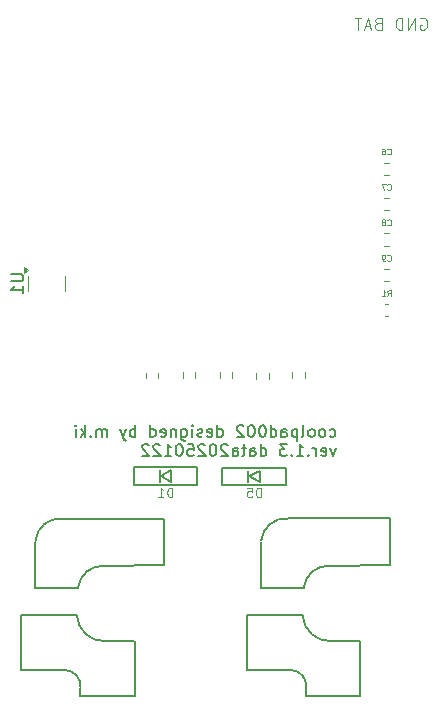
<source format=gbr>
%TF.GenerationSoftware,KiCad,Pcbnew,8.0.7*%
%TF.CreationDate,2025-02-05T17:19:30+09:00*%
%TF.ProjectId,coolpad002,636f6f6c-7061-4643-9030-322e6b696361,rev?*%
%TF.SameCoordinates,Original*%
%TF.FileFunction,Legend,Bot*%
%TF.FilePolarity,Positive*%
%FSLAX46Y46*%
G04 Gerber Fmt 4.6, Leading zero omitted, Abs format (unit mm)*
G04 Created by KiCad (PCBNEW 8.0.7) date 2025-02-05 17:19:30*
%MOMM*%
%LPD*%
G01*
G04 APERTURE LIST*
%ADD10C,0.100000*%
%ADD11C,0.150000*%
%ADD12C,0.125000*%
%ADD13C,0.062500*%
%ADD14C,0.120000*%
G04 APERTURE END LIST*
D10*
X154262306Y-16020038D02*
X154357544Y-15972419D01*
X154357544Y-15972419D02*
X154500401Y-15972419D01*
X154500401Y-15972419D02*
X154643258Y-16020038D01*
X154643258Y-16020038D02*
X154738496Y-16115276D01*
X154738496Y-16115276D02*
X154786115Y-16210514D01*
X154786115Y-16210514D02*
X154833734Y-16400990D01*
X154833734Y-16400990D02*
X154833734Y-16543847D01*
X154833734Y-16543847D02*
X154786115Y-16734323D01*
X154786115Y-16734323D02*
X154738496Y-16829561D01*
X154738496Y-16829561D02*
X154643258Y-16924800D01*
X154643258Y-16924800D02*
X154500401Y-16972419D01*
X154500401Y-16972419D02*
X154405163Y-16972419D01*
X154405163Y-16972419D02*
X154262306Y-16924800D01*
X154262306Y-16924800D02*
X154214687Y-16877180D01*
X154214687Y-16877180D02*
X154214687Y-16543847D01*
X154214687Y-16543847D02*
X154405163Y-16543847D01*
X153786115Y-16972419D02*
X153786115Y-15972419D01*
X153786115Y-15972419D02*
X153214687Y-16972419D01*
X153214687Y-16972419D02*
X153214687Y-15972419D01*
X152738496Y-16972419D02*
X152738496Y-15972419D01*
X152738496Y-15972419D02*
X152500401Y-15972419D01*
X152500401Y-15972419D02*
X152357544Y-16020038D01*
X152357544Y-16020038D02*
X152262306Y-16115276D01*
X152262306Y-16115276D02*
X152214687Y-16210514D01*
X152214687Y-16210514D02*
X152167068Y-16400990D01*
X152167068Y-16400990D02*
X152167068Y-16543847D01*
X152167068Y-16543847D02*
X152214687Y-16734323D01*
X152214687Y-16734323D02*
X152262306Y-16829561D01*
X152262306Y-16829561D02*
X152357544Y-16924800D01*
X152357544Y-16924800D02*
X152500401Y-16972419D01*
X152500401Y-16972419D02*
X152738496Y-16972419D01*
X150643258Y-16448609D02*
X150500401Y-16496228D01*
X150500401Y-16496228D02*
X150452782Y-16543847D01*
X150452782Y-16543847D02*
X150405163Y-16639085D01*
X150405163Y-16639085D02*
X150405163Y-16781942D01*
X150405163Y-16781942D02*
X150452782Y-16877180D01*
X150452782Y-16877180D02*
X150500401Y-16924800D01*
X150500401Y-16924800D02*
X150595639Y-16972419D01*
X150595639Y-16972419D02*
X150976591Y-16972419D01*
X150976591Y-16972419D02*
X150976591Y-15972419D01*
X150976591Y-15972419D02*
X150643258Y-15972419D01*
X150643258Y-15972419D02*
X150548020Y-16020038D01*
X150548020Y-16020038D02*
X150500401Y-16067657D01*
X150500401Y-16067657D02*
X150452782Y-16162895D01*
X150452782Y-16162895D02*
X150452782Y-16258133D01*
X150452782Y-16258133D02*
X150500401Y-16353371D01*
X150500401Y-16353371D02*
X150548020Y-16400990D01*
X150548020Y-16400990D02*
X150643258Y-16448609D01*
X150643258Y-16448609D02*
X150976591Y-16448609D01*
X150024210Y-16686704D02*
X149548020Y-16686704D01*
X150119448Y-16972419D02*
X149786115Y-15972419D01*
X149786115Y-15972419D02*
X149452782Y-16972419D01*
X149262305Y-15972419D02*
X148690877Y-15972419D01*
X148976591Y-16972419D02*
X148976591Y-15972419D01*
D11*
X146594649Y-51412256D02*
X146689887Y-51459875D01*
X146689887Y-51459875D02*
X146880363Y-51459875D01*
X146880363Y-51459875D02*
X146975601Y-51412256D01*
X146975601Y-51412256D02*
X147023220Y-51364636D01*
X147023220Y-51364636D02*
X147070839Y-51269398D01*
X147070839Y-51269398D02*
X147070839Y-50983684D01*
X147070839Y-50983684D02*
X147023220Y-50888446D01*
X147023220Y-50888446D02*
X146975601Y-50840827D01*
X146975601Y-50840827D02*
X146880363Y-50793208D01*
X146880363Y-50793208D02*
X146689887Y-50793208D01*
X146689887Y-50793208D02*
X146594649Y-50840827D01*
X146023220Y-51459875D02*
X146118458Y-51412256D01*
X146118458Y-51412256D02*
X146166077Y-51364636D01*
X146166077Y-51364636D02*
X146213696Y-51269398D01*
X146213696Y-51269398D02*
X146213696Y-50983684D01*
X146213696Y-50983684D02*
X146166077Y-50888446D01*
X146166077Y-50888446D02*
X146118458Y-50840827D01*
X146118458Y-50840827D02*
X146023220Y-50793208D01*
X146023220Y-50793208D02*
X145880363Y-50793208D01*
X145880363Y-50793208D02*
X145785125Y-50840827D01*
X145785125Y-50840827D02*
X145737506Y-50888446D01*
X145737506Y-50888446D02*
X145689887Y-50983684D01*
X145689887Y-50983684D02*
X145689887Y-51269398D01*
X145689887Y-51269398D02*
X145737506Y-51364636D01*
X145737506Y-51364636D02*
X145785125Y-51412256D01*
X145785125Y-51412256D02*
X145880363Y-51459875D01*
X145880363Y-51459875D02*
X146023220Y-51459875D01*
X145118458Y-51459875D02*
X145213696Y-51412256D01*
X145213696Y-51412256D02*
X145261315Y-51364636D01*
X145261315Y-51364636D02*
X145308934Y-51269398D01*
X145308934Y-51269398D02*
X145308934Y-50983684D01*
X145308934Y-50983684D02*
X145261315Y-50888446D01*
X145261315Y-50888446D02*
X145213696Y-50840827D01*
X145213696Y-50840827D02*
X145118458Y-50793208D01*
X145118458Y-50793208D02*
X144975601Y-50793208D01*
X144975601Y-50793208D02*
X144880363Y-50840827D01*
X144880363Y-50840827D02*
X144832744Y-50888446D01*
X144832744Y-50888446D02*
X144785125Y-50983684D01*
X144785125Y-50983684D02*
X144785125Y-51269398D01*
X144785125Y-51269398D02*
X144832744Y-51364636D01*
X144832744Y-51364636D02*
X144880363Y-51412256D01*
X144880363Y-51412256D02*
X144975601Y-51459875D01*
X144975601Y-51459875D02*
X145118458Y-51459875D01*
X144213696Y-51459875D02*
X144308934Y-51412256D01*
X144308934Y-51412256D02*
X144356553Y-51317017D01*
X144356553Y-51317017D02*
X144356553Y-50459875D01*
X143832743Y-50793208D02*
X143832743Y-51793208D01*
X143832743Y-50840827D02*
X143737505Y-50793208D01*
X143737505Y-50793208D02*
X143547029Y-50793208D01*
X143547029Y-50793208D02*
X143451791Y-50840827D01*
X143451791Y-50840827D02*
X143404172Y-50888446D01*
X143404172Y-50888446D02*
X143356553Y-50983684D01*
X143356553Y-50983684D02*
X143356553Y-51269398D01*
X143356553Y-51269398D02*
X143404172Y-51364636D01*
X143404172Y-51364636D02*
X143451791Y-51412256D01*
X143451791Y-51412256D02*
X143547029Y-51459875D01*
X143547029Y-51459875D02*
X143737505Y-51459875D01*
X143737505Y-51459875D02*
X143832743Y-51412256D01*
X142499410Y-51459875D02*
X142499410Y-50936065D01*
X142499410Y-50936065D02*
X142547029Y-50840827D01*
X142547029Y-50840827D02*
X142642267Y-50793208D01*
X142642267Y-50793208D02*
X142832743Y-50793208D01*
X142832743Y-50793208D02*
X142927981Y-50840827D01*
X142499410Y-51412256D02*
X142594648Y-51459875D01*
X142594648Y-51459875D02*
X142832743Y-51459875D01*
X142832743Y-51459875D02*
X142927981Y-51412256D01*
X142927981Y-51412256D02*
X142975600Y-51317017D01*
X142975600Y-51317017D02*
X142975600Y-51221779D01*
X142975600Y-51221779D02*
X142927981Y-51126541D01*
X142927981Y-51126541D02*
X142832743Y-51078922D01*
X142832743Y-51078922D02*
X142594648Y-51078922D01*
X142594648Y-51078922D02*
X142499410Y-51031303D01*
X141594648Y-51459875D02*
X141594648Y-50459875D01*
X141594648Y-51412256D02*
X141689886Y-51459875D01*
X141689886Y-51459875D02*
X141880362Y-51459875D01*
X141880362Y-51459875D02*
X141975600Y-51412256D01*
X141975600Y-51412256D02*
X142023219Y-51364636D01*
X142023219Y-51364636D02*
X142070838Y-51269398D01*
X142070838Y-51269398D02*
X142070838Y-50983684D01*
X142070838Y-50983684D02*
X142023219Y-50888446D01*
X142023219Y-50888446D02*
X141975600Y-50840827D01*
X141975600Y-50840827D02*
X141880362Y-50793208D01*
X141880362Y-50793208D02*
X141689886Y-50793208D01*
X141689886Y-50793208D02*
X141594648Y-50840827D01*
X140927981Y-50459875D02*
X140832743Y-50459875D01*
X140832743Y-50459875D02*
X140737505Y-50507494D01*
X140737505Y-50507494D02*
X140689886Y-50555113D01*
X140689886Y-50555113D02*
X140642267Y-50650351D01*
X140642267Y-50650351D02*
X140594648Y-50840827D01*
X140594648Y-50840827D02*
X140594648Y-51078922D01*
X140594648Y-51078922D02*
X140642267Y-51269398D01*
X140642267Y-51269398D02*
X140689886Y-51364636D01*
X140689886Y-51364636D02*
X140737505Y-51412256D01*
X140737505Y-51412256D02*
X140832743Y-51459875D01*
X140832743Y-51459875D02*
X140927981Y-51459875D01*
X140927981Y-51459875D02*
X141023219Y-51412256D01*
X141023219Y-51412256D02*
X141070838Y-51364636D01*
X141070838Y-51364636D02*
X141118457Y-51269398D01*
X141118457Y-51269398D02*
X141166076Y-51078922D01*
X141166076Y-51078922D02*
X141166076Y-50840827D01*
X141166076Y-50840827D02*
X141118457Y-50650351D01*
X141118457Y-50650351D02*
X141070838Y-50555113D01*
X141070838Y-50555113D02*
X141023219Y-50507494D01*
X141023219Y-50507494D02*
X140927981Y-50459875D01*
X139975600Y-50459875D02*
X139880362Y-50459875D01*
X139880362Y-50459875D02*
X139785124Y-50507494D01*
X139785124Y-50507494D02*
X139737505Y-50555113D01*
X139737505Y-50555113D02*
X139689886Y-50650351D01*
X139689886Y-50650351D02*
X139642267Y-50840827D01*
X139642267Y-50840827D02*
X139642267Y-51078922D01*
X139642267Y-51078922D02*
X139689886Y-51269398D01*
X139689886Y-51269398D02*
X139737505Y-51364636D01*
X139737505Y-51364636D02*
X139785124Y-51412256D01*
X139785124Y-51412256D02*
X139880362Y-51459875D01*
X139880362Y-51459875D02*
X139975600Y-51459875D01*
X139975600Y-51459875D02*
X140070838Y-51412256D01*
X140070838Y-51412256D02*
X140118457Y-51364636D01*
X140118457Y-51364636D02*
X140166076Y-51269398D01*
X140166076Y-51269398D02*
X140213695Y-51078922D01*
X140213695Y-51078922D02*
X140213695Y-50840827D01*
X140213695Y-50840827D02*
X140166076Y-50650351D01*
X140166076Y-50650351D02*
X140118457Y-50555113D01*
X140118457Y-50555113D02*
X140070838Y-50507494D01*
X140070838Y-50507494D02*
X139975600Y-50459875D01*
X139261314Y-50555113D02*
X139213695Y-50507494D01*
X139213695Y-50507494D02*
X139118457Y-50459875D01*
X139118457Y-50459875D02*
X138880362Y-50459875D01*
X138880362Y-50459875D02*
X138785124Y-50507494D01*
X138785124Y-50507494D02*
X138737505Y-50555113D01*
X138737505Y-50555113D02*
X138689886Y-50650351D01*
X138689886Y-50650351D02*
X138689886Y-50745589D01*
X138689886Y-50745589D02*
X138737505Y-50888446D01*
X138737505Y-50888446D02*
X139308933Y-51459875D01*
X139308933Y-51459875D02*
X138689886Y-51459875D01*
X137070838Y-51459875D02*
X137070838Y-50459875D01*
X137070838Y-51412256D02*
X137166076Y-51459875D01*
X137166076Y-51459875D02*
X137356552Y-51459875D01*
X137356552Y-51459875D02*
X137451790Y-51412256D01*
X137451790Y-51412256D02*
X137499409Y-51364636D01*
X137499409Y-51364636D02*
X137547028Y-51269398D01*
X137547028Y-51269398D02*
X137547028Y-50983684D01*
X137547028Y-50983684D02*
X137499409Y-50888446D01*
X137499409Y-50888446D02*
X137451790Y-50840827D01*
X137451790Y-50840827D02*
X137356552Y-50793208D01*
X137356552Y-50793208D02*
X137166076Y-50793208D01*
X137166076Y-50793208D02*
X137070838Y-50840827D01*
X136213695Y-51412256D02*
X136308933Y-51459875D01*
X136308933Y-51459875D02*
X136499409Y-51459875D01*
X136499409Y-51459875D02*
X136594647Y-51412256D01*
X136594647Y-51412256D02*
X136642266Y-51317017D01*
X136642266Y-51317017D02*
X136642266Y-50936065D01*
X136642266Y-50936065D02*
X136594647Y-50840827D01*
X136594647Y-50840827D02*
X136499409Y-50793208D01*
X136499409Y-50793208D02*
X136308933Y-50793208D01*
X136308933Y-50793208D02*
X136213695Y-50840827D01*
X136213695Y-50840827D02*
X136166076Y-50936065D01*
X136166076Y-50936065D02*
X136166076Y-51031303D01*
X136166076Y-51031303D02*
X136642266Y-51126541D01*
X135785123Y-51412256D02*
X135689885Y-51459875D01*
X135689885Y-51459875D02*
X135499409Y-51459875D01*
X135499409Y-51459875D02*
X135404171Y-51412256D01*
X135404171Y-51412256D02*
X135356552Y-51317017D01*
X135356552Y-51317017D02*
X135356552Y-51269398D01*
X135356552Y-51269398D02*
X135404171Y-51174160D01*
X135404171Y-51174160D02*
X135499409Y-51126541D01*
X135499409Y-51126541D02*
X135642266Y-51126541D01*
X135642266Y-51126541D02*
X135737504Y-51078922D01*
X135737504Y-51078922D02*
X135785123Y-50983684D01*
X135785123Y-50983684D02*
X135785123Y-50936065D01*
X135785123Y-50936065D02*
X135737504Y-50840827D01*
X135737504Y-50840827D02*
X135642266Y-50793208D01*
X135642266Y-50793208D02*
X135499409Y-50793208D01*
X135499409Y-50793208D02*
X135404171Y-50840827D01*
X134927980Y-51459875D02*
X134927980Y-50793208D01*
X134927980Y-50459875D02*
X134975599Y-50507494D01*
X134975599Y-50507494D02*
X134927980Y-50555113D01*
X134927980Y-50555113D02*
X134880361Y-50507494D01*
X134880361Y-50507494D02*
X134927980Y-50459875D01*
X134927980Y-50459875D02*
X134927980Y-50555113D01*
X134023219Y-50793208D02*
X134023219Y-51602732D01*
X134023219Y-51602732D02*
X134070838Y-51697970D01*
X134070838Y-51697970D02*
X134118457Y-51745589D01*
X134118457Y-51745589D02*
X134213695Y-51793208D01*
X134213695Y-51793208D02*
X134356552Y-51793208D01*
X134356552Y-51793208D02*
X134451790Y-51745589D01*
X134023219Y-51412256D02*
X134118457Y-51459875D01*
X134118457Y-51459875D02*
X134308933Y-51459875D01*
X134308933Y-51459875D02*
X134404171Y-51412256D01*
X134404171Y-51412256D02*
X134451790Y-51364636D01*
X134451790Y-51364636D02*
X134499409Y-51269398D01*
X134499409Y-51269398D02*
X134499409Y-50983684D01*
X134499409Y-50983684D02*
X134451790Y-50888446D01*
X134451790Y-50888446D02*
X134404171Y-50840827D01*
X134404171Y-50840827D02*
X134308933Y-50793208D01*
X134308933Y-50793208D02*
X134118457Y-50793208D01*
X134118457Y-50793208D02*
X134023219Y-50840827D01*
X133547028Y-50793208D02*
X133547028Y-51459875D01*
X133547028Y-50888446D02*
X133499409Y-50840827D01*
X133499409Y-50840827D02*
X133404171Y-50793208D01*
X133404171Y-50793208D02*
X133261314Y-50793208D01*
X133261314Y-50793208D02*
X133166076Y-50840827D01*
X133166076Y-50840827D02*
X133118457Y-50936065D01*
X133118457Y-50936065D02*
X133118457Y-51459875D01*
X132261314Y-51412256D02*
X132356552Y-51459875D01*
X132356552Y-51459875D02*
X132547028Y-51459875D01*
X132547028Y-51459875D02*
X132642266Y-51412256D01*
X132642266Y-51412256D02*
X132689885Y-51317017D01*
X132689885Y-51317017D02*
X132689885Y-50936065D01*
X132689885Y-50936065D02*
X132642266Y-50840827D01*
X132642266Y-50840827D02*
X132547028Y-50793208D01*
X132547028Y-50793208D02*
X132356552Y-50793208D01*
X132356552Y-50793208D02*
X132261314Y-50840827D01*
X132261314Y-50840827D02*
X132213695Y-50936065D01*
X132213695Y-50936065D02*
X132213695Y-51031303D01*
X132213695Y-51031303D02*
X132689885Y-51126541D01*
X131356552Y-51459875D02*
X131356552Y-50459875D01*
X131356552Y-51412256D02*
X131451790Y-51459875D01*
X131451790Y-51459875D02*
X131642266Y-51459875D01*
X131642266Y-51459875D02*
X131737504Y-51412256D01*
X131737504Y-51412256D02*
X131785123Y-51364636D01*
X131785123Y-51364636D02*
X131832742Y-51269398D01*
X131832742Y-51269398D02*
X131832742Y-50983684D01*
X131832742Y-50983684D02*
X131785123Y-50888446D01*
X131785123Y-50888446D02*
X131737504Y-50840827D01*
X131737504Y-50840827D02*
X131642266Y-50793208D01*
X131642266Y-50793208D02*
X131451790Y-50793208D01*
X131451790Y-50793208D02*
X131356552Y-50840827D01*
X130118456Y-51459875D02*
X130118456Y-50459875D01*
X130118456Y-50840827D02*
X130023218Y-50793208D01*
X130023218Y-50793208D02*
X129832742Y-50793208D01*
X129832742Y-50793208D02*
X129737504Y-50840827D01*
X129737504Y-50840827D02*
X129689885Y-50888446D01*
X129689885Y-50888446D02*
X129642266Y-50983684D01*
X129642266Y-50983684D02*
X129642266Y-51269398D01*
X129642266Y-51269398D02*
X129689885Y-51364636D01*
X129689885Y-51364636D02*
X129737504Y-51412256D01*
X129737504Y-51412256D02*
X129832742Y-51459875D01*
X129832742Y-51459875D02*
X130023218Y-51459875D01*
X130023218Y-51459875D02*
X130118456Y-51412256D01*
X129308932Y-50793208D02*
X129070837Y-51459875D01*
X128832742Y-50793208D02*
X129070837Y-51459875D01*
X129070837Y-51459875D02*
X129166075Y-51697970D01*
X129166075Y-51697970D02*
X129213694Y-51745589D01*
X129213694Y-51745589D02*
X129308932Y-51793208D01*
X127689884Y-51459875D02*
X127689884Y-50793208D01*
X127689884Y-50888446D02*
X127642265Y-50840827D01*
X127642265Y-50840827D02*
X127547027Y-50793208D01*
X127547027Y-50793208D02*
X127404170Y-50793208D01*
X127404170Y-50793208D02*
X127308932Y-50840827D01*
X127308932Y-50840827D02*
X127261313Y-50936065D01*
X127261313Y-50936065D02*
X127261313Y-51459875D01*
X127261313Y-50936065D02*
X127213694Y-50840827D01*
X127213694Y-50840827D02*
X127118456Y-50793208D01*
X127118456Y-50793208D02*
X126975599Y-50793208D01*
X126975599Y-50793208D02*
X126880360Y-50840827D01*
X126880360Y-50840827D02*
X126832741Y-50936065D01*
X126832741Y-50936065D02*
X126832741Y-51459875D01*
X126356551Y-51364636D02*
X126308932Y-51412256D01*
X126308932Y-51412256D02*
X126356551Y-51459875D01*
X126356551Y-51459875D02*
X126404170Y-51412256D01*
X126404170Y-51412256D02*
X126356551Y-51364636D01*
X126356551Y-51364636D02*
X126356551Y-51459875D01*
X125880361Y-51459875D02*
X125880361Y-50459875D01*
X125785123Y-51078922D02*
X125499409Y-51459875D01*
X125499409Y-50793208D02*
X125880361Y-51174160D01*
X125070837Y-51459875D02*
X125070837Y-50793208D01*
X125070837Y-50459875D02*
X125118456Y-50507494D01*
X125118456Y-50507494D02*
X125070837Y-50555113D01*
X125070837Y-50555113D02*
X125023218Y-50507494D01*
X125023218Y-50507494D02*
X125070837Y-50459875D01*
X125070837Y-50459875D02*
X125070837Y-50555113D01*
X147118458Y-52403152D02*
X146880363Y-53069819D01*
X146880363Y-53069819D02*
X146642268Y-52403152D01*
X145880363Y-53022200D02*
X145975601Y-53069819D01*
X145975601Y-53069819D02*
X146166077Y-53069819D01*
X146166077Y-53069819D02*
X146261315Y-53022200D01*
X146261315Y-53022200D02*
X146308934Y-52926961D01*
X146308934Y-52926961D02*
X146308934Y-52546009D01*
X146308934Y-52546009D02*
X146261315Y-52450771D01*
X146261315Y-52450771D02*
X146166077Y-52403152D01*
X146166077Y-52403152D02*
X145975601Y-52403152D01*
X145975601Y-52403152D02*
X145880363Y-52450771D01*
X145880363Y-52450771D02*
X145832744Y-52546009D01*
X145832744Y-52546009D02*
X145832744Y-52641247D01*
X145832744Y-52641247D02*
X146308934Y-52736485D01*
X145404172Y-53069819D02*
X145404172Y-52403152D01*
X145404172Y-52593628D02*
X145356553Y-52498390D01*
X145356553Y-52498390D02*
X145308934Y-52450771D01*
X145308934Y-52450771D02*
X145213696Y-52403152D01*
X145213696Y-52403152D02*
X145118458Y-52403152D01*
X144785124Y-52974580D02*
X144737505Y-53022200D01*
X144737505Y-53022200D02*
X144785124Y-53069819D01*
X144785124Y-53069819D02*
X144832743Y-53022200D01*
X144832743Y-53022200D02*
X144785124Y-52974580D01*
X144785124Y-52974580D02*
X144785124Y-53069819D01*
X143785125Y-53069819D02*
X144356553Y-53069819D01*
X144070839Y-53069819D02*
X144070839Y-52069819D01*
X144070839Y-52069819D02*
X144166077Y-52212676D01*
X144166077Y-52212676D02*
X144261315Y-52307914D01*
X144261315Y-52307914D02*
X144356553Y-52355533D01*
X143356553Y-52974580D02*
X143308934Y-53022200D01*
X143308934Y-53022200D02*
X143356553Y-53069819D01*
X143356553Y-53069819D02*
X143404172Y-53022200D01*
X143404172Y-53022200D02*
X143356553Y-52974580D01*
X143356553Y-52974580D02*
X143356553Y-53069819D01*
X142975601Y-52069819D02*
X142356554Y-52069819D01*
X142356554Y-52069819D02*
X142689887Y-52450771D01*
X142689887Y-52450771D02*
X142547030Y-52450771D01*
X142547030Y-52450771D02*
X142451792Y-52498390D01*
X142451792Y-52498390D02*
X142404173Y-52546009D01*
X142404173Y-52546009D02*
X142356554Y-52641247D01*
X142356554Y-52641247D02*
X142356554Y-52879342D01*
X142356554Y-52879342D02*
X142404173Y-52974580D01*
X142404173Y-52974580D02*
X142451792Y-53022200D01*
X142451792Y-53022200D02*
X142547030Y-53069819D01*
X142547030Y-53069819D02*
X142832744Y-53069819D01*
X142832744Y-53069819D02*
X142927982Y-53022200D01*
X142927982Y-53022200D02*
X142975601Y-52974580D01*
X140737506Y-53069819D02*
X140737506Y-52069819D01*
X140737506Y-53022200D02*
X140832744Y-53069819D01*
X140832744Y-53069819D02*
X141023220Y-53069819D01*
X141023220Y-53069819D02*
X141118458Y-53022200D01*
X141118458Y-53022200D02*
X141166077Y-52974580D01*
X141166077Y-52974580D02*
X141213696Y-52879342D01*
X141213696Y-52879342D02*
X141213696Y-52593628D01*
X141213696Y-52593628D02*
X141166077Y-52498390D01*
X141166077Y-52498390D02*
X141118458Y-52450771D01*
X141118458Y-52450771D02*
X141023220Y-52403152D01*
X141023220Y-52403152D02*
X140832744Y-52403152D01*
X140832744Y-52403152D02*
X140737506Y-52450771D01*
X139832744Y-53069819D02*
X139832744Y-52546009D01*
X139832744Y-52546009D02*
X139880363Y-52450771D01*
X139880363Y-52450771D02*
X139975601Y-52403152D01*
X139975601Y-52403152D02*
X140166077Y-52403152D01*
X140166077Y-52403152D02*
X140261315Y-52450771D01*
X139832744Y-53022200D02*
X139927982Y-53069819D01*
X139927982Y-53069819D02*
X140166077Y-53069819D01*
X140166077Y-53069819D02*
X140261315Y-53022200D01*
X140261315Y-53022200D02*
X140308934Y-52926961D01*
X140308934Y-52926961D02*
X140308934Y-52831723D01*
X140308934Y-52831723D02*
X140261315Y-52736485D01*
X140261315Y-52736485D02*
X140166077Y-52688866D01*
X140166077Y-52688866D02*
X139927982Y-52688866D01*
X139927982Y-52688866D02*
X139832744Y-52641247D01*
X139499410Y-52403152D02*
X139118458Y-52403152D01*
X139356553Y-52069819D02*
X139356553Y-52926961D01*
X139356553Y-52926961D02*
X139308934Y-53022200D01*
X139308934Y-53022200D02*
X139213696Y-53069819D01*
X139213696Y-53069819D02*
X139118458Y-53069819D01*
X138356553Y-53069819D02*
X138356553Y-52546009D01*
X138356553Y-52546009D02*
X138404172Y-52450771D01*
X138404172Y-52450771D02*
X138499410Y-52403152D01*
X138499410Y-52403152D02*
X138689886Y-52403152D01*
X138689886Y-52403152D02*
X138785124Y-52450771D01*
X138356553Y-53022200D02*
X138451791Y-53069819D01*
X138451791Y-53069819D02*
X138689886Y-53069819D01*
X138689886Y-53069819D02*
X138785124Y-53022200D01*
X138785124Y-53022200D02*
X138832743Y-52926961D01*
X138832743Y-52926961D02*
X138832743Y-52831723D01*
X138832743Y-52831723D02*
X138785124Y-52736485D01*
X138785124Y-52736485D02*
X138689886Y-52688866D01*
X138689886Y-52688866D02*
X138451791Y-52688866D01*
X138451791Y-52688866D02*
X138356553Y-52641247D01*
X137927981Y-52165057D02*
X137880362Y-52117438D01*
X137880362Y-52117438D02*
X137785124Y-52069819D01*
X137785124Y-52069819D02*
X137547029Y-52069819D01*
X137547029Y-52069819D02*
X137451791Y-52117438D01*
X137451791Y-52117438D02*
X137404172Y-52165057D01*
X137404172Y-52165057D02*
X137356553Y-52260295D01*
X137356553Y-52260295D02*
X137356553Y-52355533D01*
X137356553Y-52355533D02*
X137404172Y-52498390D01*
X137404172Y-52498390D02*
X137975600Y-53069819D01*
X137975600Y-53069819D02*
X137356553Y-53069819D01*
X136737505Y-52069819D02*
X136642267Y-52069819D01*
X136642267Y-52069819D02*
X136547029Y-52117438D01*
X136547029Y-52117438D02*
X136499410Y-52165057D01*
X136499410Y-52165057D02*
X136451791Y-52260295D01*
X136451791Y-52260295D02*
X136404172Y-52450771D01*
X136404172Y-52450771D02*
X136404172Y-52688866D01*
X136404172Y-52688866D02*
X136451791Y-52879342D01*
X136451791Y-52879342D02*
X136499410Y-52974580D01*
X136499410Y-52974580D02*
X136547029Y-53022200D01*
X136547029Y-53022200D02*
X136642267Y-53069819D01*
X136642267Y-53069819D02*
X136737505Y-53069819D01*
X136737505Y-53069819D02*
X136832743Y-53022200D01*
X136832743Y-53022200D02*
X136880362Y-52974580D01*
X136880362Y-52974580D02*
X136927981Y-52879342D01*
X136927981Y-52879342D02*
X136975600Y-52688866D01*
X136975600Y-52688866D02*
X136975600Y-52450771D01*
X136975600Y-52450771D02*
X136927981Y-52260295D01*
X136927981Y-52260295D02*
X136880362Y-52165057D01*
X136880362Y-52165057D02*
X136832743Y-52117438D01*
X136832743Y-52117438D02*
X136737505Y-52069819D01*
X136023219Y-52165057D02*
X135975600Y-52117438D01*
X135975600Y-52117438D02*
X135880362Y-52069819D01*
X135880362Y-52069819D02*
X135642267Y-52069819D01*
X135642267Y-52069819D02*
X135547029Y-52117438D01*
X135547029Y-52117438D02*
X135499410Y-52165057D01*
X135499410Y-52165057D02*
X135451791Y-52260295D01*
X135451791Y-52260295D02*
X135451791Y-52355533D01*
X135451791Y-52355533D02*
X135499410Y-52498390D01*
X135499410Y-52498390D02*
X136070838Y-53069819D01*
X136070838Y-53069819D02*
X135451791Y-53069819D01*
X134547029Y-52069819D02*
X135023219Y-52069819D01*
X135023219Y-52069819D02*
X135070838Y-52546009D01*
X135070838Y-52546009D02*
X135023219Y-52498390D01*
X135023219Y-52498390D02*
X134927981Y-52450771D01*
X134927981Y-52450771D02*
X134689886Y-52450771D01*
X134689886Y-52450771D02*
X134594648Y-52498390D01*
X134594648Y-52498390D02*
X134547029Y-52546009D01*
X134547029Y-52546009D02*
X134499410Y-52641247D01*
X134499410Y-52641247D02*
X134499410Y-52879342D01*
X134499410Y-52879342D02*
X134547029Y-52974580D01*
X134547029Y-52974580D02*
X134594648Y-53022200D01*
X134594648Y-53022200D02*
X134689886Y-53069819D01*
X134689886Y-53069819D02*
X134927981Y-53069819D01*
X134927981Y-53069819D02*
X135023219Y-53022200D01*
X135023219Y-53022200D02*
X135070838Y-52974580D01*
X133880362Y-52069819D02*
X133785124Y-52069819D01*
X133785124Y-52069819D02*
X133689886Y-52117438D01*
X133689886Y-52117438D02*
X133642267Y-52165057D01*
X133642267Y-52165057D02*
X133594648Y-52260295D01*
X133594648Y-52260295D02*
X133547029Y-52450771D01*
X133547029Y-52450771D02*
X133547029Y-52688866D01*
X133547029Y-52688866D02*
X133594648Y-52879342D01*
X133594648Y-52879342D02*
X133642267Y-52974580D01*
X133642267Y-52974580D02*
X133689886Y-53022200D01*
X133689886Y-53022200D02*
X133785124Y-53069819D01*
X133785124Y-53069819D02*
X133880362Y-53069819D01*
X133880362Y-53069819D02*
X133975600Y-53022200D01*
X133975600Y-53022200D02*
X134023219Y-52974580D01*
X134023219Y-52974580D02*
X134070838Y-52879342D01*
X134070838Y-52879342D02*
X134118457Y-52688866D01*
X134118457Y-52688866D02*
X134118457Y-52450771D01*
X134118457Y-52450771D02*
X134070838Y-52260295D01*
X134070838Y-52260295D02*
X134023219Y-52165057D01*
X134023219Y-52165057D02*
X133975600Y-52117438D01*
X133975600Y-52117438D02*
X133880362Y-52069819D01*
X132594648Y-53069819D02*
X133166076Y-53069819D01*
X132880362Y-53069819D02*
X132880362Y-52069819D01*
X132880362Y-52069819D02*
X132975600Y-52212676D01*
X132975600Y-52212676D02*
X133070838Y-52307914D01*
X133070838Y-52307914D02*
X133166076Y-52355533D01*
X132213695Y-52165057D02*
X132166076Y-52117438D01*
X132166076Y-52117438D02*
X132070838Y-52069819D01*
X132070838Y-52069819D02*
X131832743Y-52069819D01*
X131832743Y-52069819D02*
X131737505Y-52117438D01*
X131737505Y-52117438D02*
X131689886Y-52165057D01*
X131689886Y-52165057D02*
X131642267Y-52260295D01*
X131642267Y-52260295D02*
X131642267Y-52355533D01*
X131642267Y-52355533D02*
X131689886Y-52498390D01*
X131689886Y-52498390D02*
X132261314Y-53069819D01*
X132261314Y-53069819D02*
X131642267Y-53069819D01*
X131261314Y-52165057D02*
X131213695Y-52117438D01*
X131213695Y-52117438D02*
X131118457Y-52069819D01*
X131118457Y-52069819D02*
X130880362Y-52069819D01*
X130880362Y-52069819D02*
X130785124Y-52117438D01*
X130785124Y-52117438D02*
X130737505Y-52165057D01*
X130737505Y-52165057D02*
X130689886Y-52260295D01*
X130689886Y-52260295D02*
X130689886Y-52355533D01*
X130689886Y-52355533D02*
X130737505Y-52498390D01*
X130737505Y-52498390D02*
X131308933Y-53069819D01*
X131308933Y-53069819D02*
X130689886Y-53069819D01*
D12*
X133270475Y-56543595D02*
X133270475Y-55743595D01*
X133270475Y-55743595D02*
X133079999Y-55743595D01*
X133079999Y-55743595D02*
X132965713Y-55781690D01*
X132965713Y-55781690D02*
X132889523Y-55857880D01*
X132889523Y-55857880D02*
X132851428Y-55934071D01*
X132851428Y-55934071D02*
X132813332Y-56086452D01*
X132813332Y-56086452D02*
X132813332Y-56200738D01*
X132813332Y-56200738D02*
X132851428Y-56353119D01*
X132851428Y-56353119D02*
X132889523Y-56429309D01*
X132889523Y-56429309D02*
X132965713Y-56505500D01*
X132965713Y-56505500D02*
X133079999Y-56543595D01*
X133079999Y-56543595D02*
X133270475Y-56543595D01*
X132051428Y-56543595D02*
X132508571Y-56543595D01*
X132279999Y-56543595D02*
X132279999Y-55743595D01*
X132279999Y-55743595D02*
X132356190Y-55857880D01*
X132356190Y-55857880D02*
X132432380Y-55934071D01*
X132432380Y-55934071D02*
X132508571Y-55972166D01*
X140765475Y-56573595D02*
X140765475Y-55773595D01*
X140765475Y-55773595D02*
X140574999Y-55773595D01*
X140574999Y-55773595D02*
X140460713Y-55811690D01*
X140460713Y-55811690D02*
X140384523Y-55887880D01*
X140384523Y-55887880D02*
X140346428Y-55964071D01*
X140346428Y-55964071D02*
X140308332Y-56116452D01*
X140308332Y-56116452D02*
X140308332Y-56230738D01*
X140308332Y-56230738D02*
X140346428Y-56383119D01*
X140346428Y-56383119D02*
X140384523Y-56459309D01*
X140384523Y-56459309D02*
X140460713Y-56535500D01*
X140460713Y-56535500D02*
X140574999Y-56573595D01*
X140574999Y-56573595D02*
X140765475Y-56573595D01*
X139584523Y-55773595D02*
X139965475Y-55773595D01*
X139965475Y-55773595D02*
X140003571Y-56154547D01*
X140003571Y-56154547D02*
X139965475Y-56116452D01*
X139965475Y-56116452D02*
X139889285Y-56078357D01*
X139889285Y-56078357D02*
X139698809Y-56078357D01*
X139698809Y-56078357D02*
X139622618Y-56116452D01*
X139622618Y-56116452D02*
X139584523Y-56154547D01*
X139584523Y-56154547D02*
X139546428Y-56230738D01*
X139546428Y-56230738D02*
X139546428Y-56421214D01*
X139546428Y-56421214D02*
X139584523Y-56497404D01*
X139584523Y-56497404D02*
X139622618Y-56535500D01*
X139622618Y-56535500D02*
X139698809Y-56573595D01*
X139698809Y-56573595D02*
X139889285Y-56573595D01*
X139889285Y-56573595D02*
X139965475Y-56535500D01*
X139965475Y-56535500D02*
X140003571Y-56497404D01*
D13*
X151473333Y-30500440D02*
X151497142Y-30524250D01*
X151497142Y-30524250D02*
X151568571Y-30548059D01*
X151568571Y-30548059D02*
X151616190Y-30548059D01*
X151616190Y-30548059D02*
X151687618Y-30524250D01*
X151687618Y-30524250D02*
X151735237Y-30476630D01*
X151735237Y-30476630D02*
X151759047Y-30429011D01*
X151759047Y-30429011D02*
X151782856Y-30333773D01*
X151782856Y-30333773D02*
X151782856Y-30262345D01*
X151782856Y-30262345D02*
X151759047Y-30167107D01*
X151759047Y-30167107D02*
X151735237Y-30119488D01*
X151735237Y-30119488D02*
X151687618Y-30071869D01*
X151687618Y-30071869D02*
X151616190Y-30048059D01*
X151616190Y-30048059D02*
X151568571Y-30048059D01*
X151568571Y-30048059D02*
X151497142Y-30071869D01*
X151497142Y-30071869D02*
X151473333Y-30095678D01*
X151306666Y-30048059D02*
X150973333Y-30048059D01*
X150973333Y-30048059D02*
X151187618Y-30548059D01*
X151473333Y-36500440D02*
X151497142Y-36524250D01*
X151497142Y-36524250D02*
X151568571Y-36548059D01*
X151568571Y-36548059D02*
X151616190Y-36548059D01*
X151616190Y-36548059D02*
X151687618Y-36524250D01*
X151687618Y-36524250D02*
X151735237Y-36476630D01*
X151735237Y-36476630D02*
X151759047Y-36429011D01*
X151759047Y-36429011D02*
X151782856Y-36333773D01*
X151782856Y-36333773D02*
X151782856Y-36262345D01*
X151782856Y-36262345D02*
X151759047Y-36167107D01*
X151759047Y-36167107D02*
X151735237Y-36119488D01*
X151735237Y-36119488D02*
X151687618Y-36071869D01*
X151687618Y-36071869D02*
X151616190Y-36048059D01*
X151616190Y-36048059D02*
X151568571Y-36048059D01*
X151568571Y-36048059D02*
X151497142Y-36071869D01*
X151497142Y-36071869D02*
X151473333Y-36095678D01*
X151235237Y-36548059D02*
X151139999Y-36548059D01*
X151139999Y-36548059D02*
X151092380Y-36524250D01*
X151092380Y-36524250D02*
X151068571Y-36500440D01*
X151068571Y-36500440D02*
X151020952Y-36429011D01*
X151020952Y-36429011D02*
X150997142Y-36333773D01*
X150997142Y-36333773D02*
X150997142Y-36143297D01*
X150997142Y-36143297D02*
X151020952Y-36095678D01*
X151020952Y-36095678D02*
X151044761Y-36071869D01*
X151044761Y-36071869D02*
X151092380Y-36048059D01*
X151092380Y-36048059D02*
X151187618Y-36048059D01*
X151187618Y-36048059D02*
X151235237Y-36071869D01*
X151235237Y-36071869D02*
X151259047Y-36095678D01*
X151259047Y-36095678D02*
X151282856Y-36143297D01*
X151282856Y-36143297D02*
X151282856Y-36262345D01*
X151282856Y-36262345D02*
X151259047Y-36309964D01*
X151259047Y-36309964D02*
X151235237Y-36333773D01*
X151235237Y-36333773D02*
X151187618Y-36357583D01*
X151187618Y-36357583D02*
X151092380Y-36357583D01*
X151092380Y-36357583D02*
X151044761Y-36333773D01*
X151044761Y-36333773D02*
X151020952Y-36309964D01*
X151020952Y-36309964D02*
X150997142Y-36262345D01*
D11*
X119624819Y-37700595D02*
X120434342Y-37700595D01*
X120434342Y-37700595D02*
X120529580Y-37748214D01*
X120529580Y-37748214D02*
X120577200Y-37795833D01*
X120577200Y-37795833D02*
X120624819Y-37891071D01*
X120624819Y-37891071D02*
X120624819Y-38081547D01*
X120624819Y-38081547D02*
X120577200Y-38176785D01*
X120577200Y-38176785D02*
X120529580Y-38224404D01*
X120529580Y-38224404D02*
X120434342Y-38272023D01*
X120434342Y-38272023D02*
X119624819Y-38272023D01*
X120624819Y-39272023D02*
X120624819Y-38700595D01*
X120624819Y-38986309D02*
X119624819Y-38986309D01*
X119624819Y-38986309D02*
X119767676Y-38891071D01*
X119767676Y-38891071D02*
X119862914Y-38795833D01*
X119862914Y-38795833D02*
X119910533Y-38700595D01*
D13*
X151473333Y-33500440D02*
X151497142Y-33524250D01*
X151497142Y-33524250D02*
X151568571Y-33548059D01*
X151568571Y-33548059D02*
X151616190Y-33548059D01*
X151616190Y-33548059D02*
X151687618Y-33524250D01*
X151687618Y-33524250D02*
X151735237Y-33476630D01*
X151735237Y-33476630D02*
X151759047Y-33429011D01*
X151759047Y-33429011D02*
X151782856Y-33333773D01*
X151782856Y-33333773D02*
X151782856Y-33262345D01*
X151782856Y-33262345D02*
X151759047Y-33167107D01*
X151759047Y-33167107D02*
X151735237Y-33119488D01*
X151735237Y-33119488D02*
X151687618Y-33071869D01*
X151687618Y-33071869D02*
X151616190Y-33048059D01*
X151616190Y-33048059D02*
X151568571Y-33048059D01*
X151568571Y-33048059D02*
X151497142Y-33071869D01*
X151497142Y-33071869D02*
X151473333Y-33095678D01*
X151187618Y-33262345D02*
X151235237Y-33238535D01*
X151235237Y-33238535D02*
X151259047Y-33214726D01*
X151259047Y-33214726D02*
X151282856Y-33167107D01*
X151282856Y-33167107D02*
X151282856Y-33143297D01*
X151282856Y-33143297D02*
X151259047Y-33095678D01*
X151259047Y-33095678D02*
X151235237Y-33071869D01*
X151235237Y-33071869D02*
X151187618Y-33048059D01*
X151187618Y-33048059D02*
X151092380Y-33048059D01*
X151092380Y-33048059D02*
X151044761Y-33071869D01*
X151044761Y-33071869D02*
X151020952Y-33095678D01*
X151020952Y-33095678D02*
X150997142Y-33143297D01*
X150997142Y-33143297D02*
X150997142Y-33167107D01*
X150997142Y-33167107D02*
X151020952Y-33214726D01*
X151020952Y-33214726D02*
X151044761Y-33238535D01*
X151044761Y-33238535D02*
X151092380Y-33262345D01*
X151092380Y-33262345D02*
X151187618Y-33262345D01*
X151187618Y-33262345D02*
X151235237Y-33286154D01*
X151235237Y-33286154D02*
X151259047Y-33309964D01*
X151259047Y-33309964D02*
X151282856Y-33357583D01*
X151282856Y-33357583D02*
X151282856Y-33452821D01*
X151282856Y-33452821D02*
X151259047Y-33500440D01*
X151259047Y-33500440D02*
X151235237Y-33524250D01*
X151235237Y-33524250D02*
X151187618Y-33548059D01*
X151187618Y-33548059D02*
X151092380Y-33548059D01*
X151092380Y-33548059D02*
X151044761Y-33524250D01*
X151044761Y-33524250D02*
X151020952Y-33500440D01*
X151020952Y-33500440D02*
X150997142Y-33452821D01*
X150997142Y-33452821D02*
X150997142Y-33357583D01*
X150997142Y-33357583D02*
X151020952Y-33309964D01*
X151020952Y-33309964D02*
X151044761Y-33286154D01*
X151044761Y-33286154D02*
X151092380Y-33262345D01*
X151473333Y-27500440D02*
X151497142Y-27524250D01*
X151497142Y-27524250D02*
X151568571Y-27548059D01*
X151568571Y-27548059D02*
X151616190Y-27548059D01*
X151616190Y-27548059D02*
X151687618Y-27524250D01*
X151687618Y-27524250D02*
X151735237Y-27476630D01*
X151735237Y-27476630D02*
X151759047Y-27429011D01*
X151759047Y-27429011D02*
X151782856Y-27333773D01*
X151782856Y-27333773D02*
X151782856Y-27262345D01*
X151782856Y-27262345D02*
X151759047Y-27167107D01*
X151759047Y-27167107D02*
X151735237Y-27119488D01*
X151735237Y-27119488D02*
X151687618Y-27071869D01*
X151687618Y-27071869D02*
X151616190Y-27048059D01*
X151616190Y-27048059D02*
X151568571Y-27048059D01*
X151568571Y-27048059D02*
X151497142Y-27071869D01*
X151497142Y-27071869D02*
X151473333Y-27095678D01*
X151044761Y-27048059D02*
X151139999Y-27048059D01*
X151139999Y-27048059D02*
X151187618Y-27071869D01*
X151187618Y-27071869D02*
X151211428Y-27095678D01*
X151211428Y-27095678D02*
X151259047Y-27167107D01*
X151259047Y-27167107D02*
X151282856Y-27262345D01*
X151282856Y-27262345D02*
X151282856Y-27452821D01*
X151282856Y-27452821D02*
X151259047Y-27500440D01*
X151259047Y-27500440D02*
X151235237Y-27524250D01*
X151235237Y-27524250D02*
X151187618Y-27548059D01*
X151187618Y-27548059D02*
X151092380Y-27548059D01*
X151092380Y-27548059D02*
X151044761Y-27524250D01*
X151044761Y-27524250D02*
X151020952Y-27500440D01*
X151020952Y-27500440D02*
X150997142Y-27452821D01*
X150997142Y-27452821D02*
X150997142Y-27333773D01*
X150997142Y-27333773D02*
X151020952Y-27286154D01*
X151020952Y-27286154D02*
X151044761Y-27262345D01*
X151044761Y-27262345D02*
X151092380Y-27238535D01*
X151092380Y-27238535D02*
X151187618Y-27238535D01*
X151187618Y-27238535D02*
X151235237Y-27262345D01*
X151235237Y-27262345D02*
X151259047Y-27286154D01*
X151259047Y-27286154D02*
X151282856Y-27333773D01*
X151473333Y-39548059D02*
X151639999Y-39309964D01*
X151759047Y-39548059D02*
X151759047Y-39048059D01*
X151759047Y-39048059D02*
X151568571Y-39048059D01*
X151568571Y-39048059D02*
X151520952Y-39071869D01*
X151520952Y-39071869D02*
X151497142Y-39095678D01*
X151497142Y-39095678D02*
X151473333Y-39143297D01*
X151473333Y-39143297D02*
X151473333Y-39214726D01*
X151473333Y-39214726D02*
X151497142Y-39262345D01*
X151497142Y-39262345D02*
X151520952Y-39286154D01*
X151520952Y-39286154D02*
X151568571Y-39309964D01*
X151568571Y-39309964D02*
X151759047Y-39309964D01*
X150997142Y-39548059D02*
X151282856Y-39548059D01*
X151139999Y-39548059D02*
X151139999Y-39048059D01*
X151139999Y-39048059D02*
X151187618Y-39119488D01*
X151187618Y-39119488D02*
X151235237Y-39167107D01*
X151235237Y-39167107D02*
X151282856Y-39190916D01*
D11*
%TO.C,SW6*%
X139590000Y-66570000D02*
X139565000Y-71170000D01*
X140765000Y-60320000D02*
X140765000Y-64265000D01*
X140765000Y-64274000D02*
X144375000Y-64274000D01*
X143365000Y-71195000D02*
X139590000Y-71195000D01*
X144290000Y-66545000D02*
X139590000Y-66545000D01*
X144585000Y-72670000D02*
X144585000Y-73370000D01*
X149140000Y-68745000D02*
X146590000Y-68745000D01*
X149140000Y-73395000D02*
X144590000Y-73395000D01*
X149165000Y-68770000D02*
X149165000Y-73370000D01*
X151665000Y-58366000D02*
X143040000Y-58366000D01*
X151665000Y-62274000D02*
X151665000Y-58366000D01*
X151665000Y-62320000D02*
X146615000Y-62366000D01*
X140776000Y-60250000D02*
G75*
G02*
X143040000Y-58366000I2074000J-190000D01*
G01*
X143365000Y-71200000D02*
G75*
G02*
X144585000Y-72620000I-100000J-1320000D01*
G01*
X144380000Y-64250000D02*
G75*
G02*
X146640000Y-62370000I2070000J-190000D01*
G01*
X146665000Y-68740000D02*
G75*
G02*
X144295000Y-66570000I-100000J2270000D01*
G01*
%TO.C,SW2*%
X120480000Y-66580000D02*
X120455000Y-71180000D01*
X121655000Y-60330000D02*
X121655000Y-64275000D01*
X121655000Y-64284000D02*
X125265000Y-64284000D01*
X124255000Y-71205000D02*
X120480000Y-71205000D01*
X125180000Y-66555000D02*
X120480000Y-66555000D01*
X125475000Y-72680000D02*
X125475000Y-73380000D01*
X130030000Y-68755000D02*
X127480000Y-68755000D01*
X130030000Y-73405000D02*
X125480000Y-73405000D01*
X130055000Y-68780000D02*
X130055000Y-73380000D01*
X132555000Y-58376000D02*
X123930000Y-58376000D01*
X132555000Y-62284000D02*
X132555000Y-58376000D01*
X132555000Y-62330000D02*
X127505000Y-62376000D01*
X121666000Y-60260000D02*
G75*
G02*
X123930000Y-58376000I2074000J-190000D01*
G01*
X124255000Y-71210000D02*
G75*
G02*
X125475000Y-72630000I-100000J-1320000D01*
G01*
X125270000Y-64260000D02*
G75*
G02*
X127530000Y-62380000I2070000J-190000D01*
G01*
X127555000Y-68750000D02*
G75*
G02*
X125185000Y-66580000I-100000J2270000D01*
G01*
%TO.C,D1*%
X129980000Y-54030000D02*
X129980000Y-55530000D01*
X129980000Y-55530000D02*
X135380000Y-55530000D01*
X132180000Y-54280000D02*
X132180000Y-55280000D01*
X132280000Y-54780000D02*
X133180000Y-54280000D01*
X133180000Y-54280000D02*
X133180000Y-55280000D01*
X133180000Y-55280000D02*
X132280000Y-54780000D01*
X135380000Y-54030000D02*
X129980000Y-54030000D01*
X135380000Y-55530000D02*
X135380000Y-54030000D01*
%TO.C,D5*%
X137475000Y-54060000D02*
X137475000Y-55560000D01*
X137475000Y-55560000D02*
X142875000Y-55560000D01*
X139675000Y-54310000D02*
X139675000Y-55310000D01*
X139775000Y-54810000D02*
X140675000Y-54310000D01*
X140675000Y-54310000D02*
X140675000Y-55310000D01*
X140675000Y-55310000D02*
X139775000Y-54810000D01*
X142875000Y-54060000D02*
X137475000Y-54060000D01*
X142875000Y-55560000D02*
X142875000Y-54060000D01*
D14*
%TO.C,C2*%
X131027500Y-46512258D02*
X131027500Y-46037742D01*
X132072500Y-46512258D02*
X132072500Y-46037742D01*
%TO.C,C7*%
X151152742Y-31227500D02*
X151627258Y-31227500D01*
X151152742Y-32272500D02*
X151627258Y-32272500D01*
%TO.C,C5*%
X143417500Y-46447258D02*
X143417500Y-45972742D01*
X144462500Y-46447258D02*
X144462500Y-45972742D01*
%TO.C,C1*%
X134167500Y-45997742D02*
X134167500Y-46472258D01*
X135212500Y-45997742D02*
X135212500Y-46472258D01*
%TO.C,C9*%
X151152742Y-37227500D02*
X151627258Y-37227500D01*
X151152742Y-38272500D02*
X151627258Y-38272500D01*
%TO.C,U1*%
X121010000Y-37812500D02*
X121010000Y-38462500D01*
X121010000Y-39112500D02*
X121010000Y-38462500D01*
X124130000Y-37812500D02*
X124130000Y-38462500D01*
X124130000Y-39112500D02*
X124130000Y-38462500D01*
X121060000Y-37300000D02*
X120730000Y-37540000D01*
X120730000Y-37060000D01*
X121060000Y-37300000D01*
G36*
X121060000Y-37300000D02*
G01*
X120730000Y-37540000D01*
X120730000Y-37060000D01*
X121060000Y-37300000D01*
G37*
%TO.C,C8*%
X151152742Y-34227500D02*
X151627258Y-34227500D01*
X151152742Y-35272500D02*
X151627258Y-35272500D01*
%TO.C,C6*%
X151152742Y-28227500D02*
X151627258Y-28227500D01*
X151152742Y-29272500D02*
X151627258Y-29272500D01*
%TO.C,C4*%
X140357500Y-46557258D02*
X140357500Y-46082742D01*
X141402500Y-46557258D02*
X141402500Y-46082742D01*
%TO.C,C3*%
X137297500Y-46477258D02*
X137297500Y-46002742D01*
X138342500Y-46477258D02*
X138342500Y-46002742D01*
%TO.C,R1*%
X151249420Y-40240000D02*
X151530580Y-40240000D01*
X151249420Y-41260000D02*
X151530580Y-41260000D01*
%TD*%
M02*

</source>
